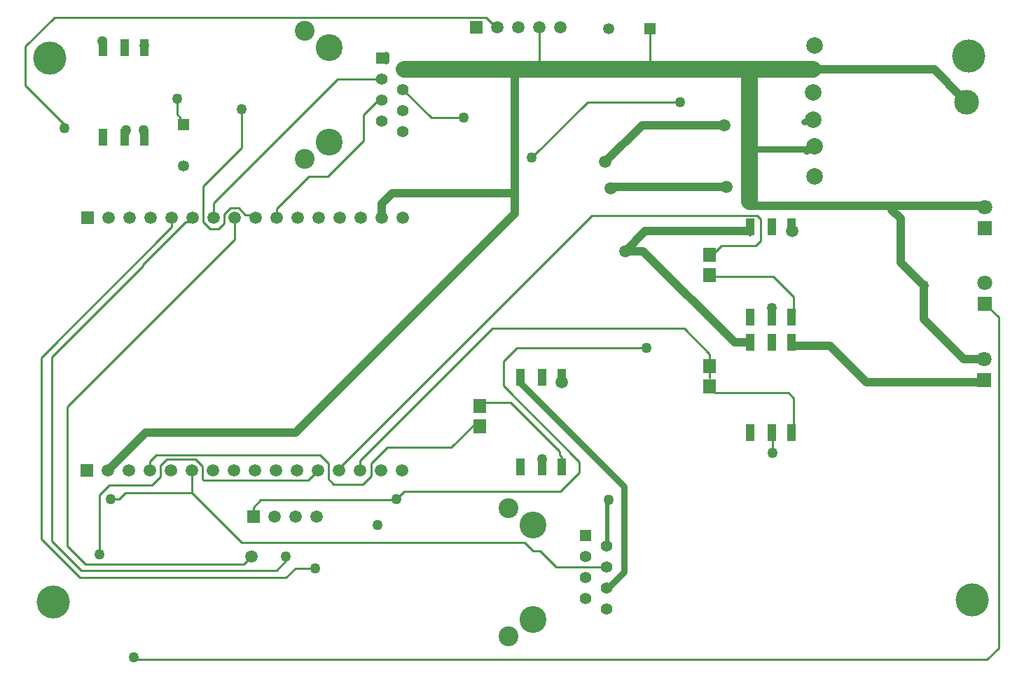
<source format=gbl>
%FSTAX23Y23*%
%MOIN*%
%SFA1B1*%

%IPPOS*%
%ADD13C,0.010000*%
%ADD14R,0.059055X0.070866*%
%ADD35C,0.031496*%
%ADD36C,0.019685*%
%ADD37C,0.039370*%
%ADD39C,0.078740*%
%ADD40R,0.053150X0.053150*%
%ADD41C,0.053150*%
%ADD42C,0.059055*%
%ADD43R,0.059055X0.059055*%
%ADD44R,0.055039X0.055039*%
%ADD45C,0.055039*%
%ADD46C,0.127952*%
%ADD47C,0.094488*%
%ADD48R,0.053150X0.053150*%
%ADD49R,0.070866X0.070866*%
%ADD50C,0.070866*%
%ADD51C,0.050000*%
%ADD52C,0.118110*%
%ADD53C,0.078740*%
%ADD54C,0.157480*%
%ADD55R,0.040551X0.078740*%
%LNbinbot_board-1*%
%LPD*%
G54D13*
X00275Y-02615D02*
X00295Y-02635D01*
X01049*
X00135Y-0165D02*
X0057Y-01215D01*
X00135Y-02525D02*
X00215Y-02605D01*
X00135Y-02525D02*
Y-0165D01*
X01049Y-02635D02*
X01084Y-026D01*
X01085*
X0021Y-0255D02*
X00275Y-02615D01*
X0021Y-0255D02*
Y-01885D01*
X01006Y-01088*
Y-00985*
X0162Y-00496D02*
X01706Y-0041D01*
X0162Y-0062D02*
Y-00496D01*
X0145Y-0079D02*
X0162Y-0062D01*
X0136Y-0079D02*
X0145D01*
X01206Y-00943D02*
X0136Y-0079D01*
X01206Y-00985D02*
Y-00943D01*
X02983Y-00243D02*
X03Y-0026D01*
X02983Y-00243D02*
Y-00085D01*
X02284Y-01784D02*
Y-0167D01*
X0235Y-01605D02*
X02965D01*
X02284Y-0167D02*
X0235Y-01605D01*
X03491Y-00975D02*
X0351Y-00993D01*
X01501Y-02178D02*
X02705Y-00975D01*
X03491*
X0351Y-01096D02*
Y-00993D01*
X03144Y-01511D02*
X03266Y-01634D01*
X0397Y-00942D02*
Y-00929D01*
X0001Y-0017D02*
X00148Y-00031D01*
X0001Y-00355D02*
Y-0017D01*
X00148Y-00031D02*
X02201D01*
X0001Y-00355D02*
X00207Y-00552D01*
X01809Y-00377D02*
Y-00374D01*
Y-00377D02*
X01941Y-0051D01*
X02095*
X02427Y-00692D02*
X02685Y-00435D01*
X03125*
X04455Y-00425D02*
X04479D01*
X04489Y-00435*
X03562Y-02015D02*
X03565Y-02017D01*
Y-02105D02*
Y-02017D01*
X03562Y-02015D02*
X03568Y-02009D01*
X02647Y-02197D02*
Y-02147D01*
X02284Y-01784D02*
X02647Y-02147D01*
X01771Y-0233D02*
X01776Y-02325D01*
X0113Y-0233D02*
X01771D01*
X01095Y-02365D02*
X0113Y-0233D01*
X01095Y-0241D02*
Y-02365D01*
X01295Y-02655D02*
X01405D01*
X0125Y-0262D02*
Y-0261D01*
X01205Y-02665D02*
X0125Y-0262D01*
X00275Y-02665D02*
X01205D01*
X00215Y-02605D02*
X00275Y-02665D01*
X0057Y-01215D02*
Y-0121D01*
X00773Y-01006*
X00806*
X0027Y-027D02*
X0125D01*
X00085Y-02515D02*
Y-01651D01*
Y-02515D02*
X0027Y-027D01*
X00085Y-01651D02*
X00706Y-01029D01*
Y-00985*
X0125Y-027D02*
X01295Y-02655D01*
X01039Y-02532D02*
X02385D01*
X00802Y-02295D02*
X01039Y-02532D01*
X00486Y-02295D02*
X00802D01*
X03255Y-01165D02*
X03276D01*
X03321Y-0112*
X03255Y-01265D02*
X0357D01*
X03666Y-0143D02*
Y-01361D01*
X0357Y-01265D02*
X03666Y-01361D01*
X03321Y-0112D02*
X03486D01*
X0351Y-01096*
X02561Y-0219D02*
Y-02124D01*
X02552Y-02114D02*
Y-02097D01*
X0232Y-01865D02*
X02552Y-02097D01*
Y-02114D02*
X02561Y-02124D01*
X02161Y-01865D02*
X0232D01*
X0242Y-007D02*
X02427Y-00692D01*
X02445Y-00075D02*
X02455Y-00085D01*
X02201Y-00031D02*
X02255Y-00085D01*
X02455Y-0028D02*
Y-00085D01*
X02355D02*
X02366D01*
X01776Y-02325D02*
X01811Y-0229D01*
X02555*
X02647Y-02197*
X01804Y-00572D02*
X01806Y-00575D01*
X01501Y-0219D02*
Y-02178D01*
X01601Y-0219D02*
Y-02143D01*
X02233Y-01511D02*
X03144D01*
X01601Y-02143D02*
X02233Y-01511D01*
X04577Y-00935D02*
X04596Y-00915D01*
X04576Y-00935D02*
X04577D01*
X00701Y-0098D02*
X00716Y-00965D01*
X00906Y-00985D02*
Y-00915D01*
X01496Y-00325*
X00985Y-0094D02*
X01024D01*
X00956Y-00968D02*
X00985Y-0094D01*
X01024D02*
X01056Y-00972D01*
X00956Y-01013D02*
Y-00968D01*
X00856Y-00836D02*
X0104Y-00653D01*
X00856Y-01006D02*
Y-00836D01*
Y-01006D02*
X0089Y-0104D01*
X0093*
X00956Y-01013*
X01056Y-00972D02*
X01127D01*
X0104Y-00653D02*
Y-0047D01*
X00601Y-0219D02*
Y-02146D01*
X00608Y-0214*
X00633Y-02115*
X00802Y-02295D02*
Y-0219D01*
X00801Y-0219D02*
X00802Y-0219D01*
X00806Y-00989D02*
Y-00985D01*
X01685Y-0245D02*
Y-0244D01*
X02036Y-0208D02*
X02164Y-01952D01*
X01731Y-0208D02*
X02036D01*
X01656Y-02155D02*
X01731Y-0208D01*
X01411Y-02115D02*
X01451Y-02155D01*
Y-0223D02*
X01476Y-02255D01*
X01451Y-0223D02*
Y-02155D01*
X00633Y-02115D02*
X01411D01*
X01476Y-02255D02*
X01616D01*
X01656Y-02215D02*
Y-02155D01*
X01616Y-02255D02*
X01656Y-02215D01*
X01701Y-0219D02*
X01707Y-02195D01*
X02171Y-01983D02*
Y-0197D01*
X04641Y-0146D02*
Y-03035D01*
X04576Y-01395D02*
X04641Y-0146D01*
X03266Y-01263D02*
Y-0125D01*
Y-01693D02*
Y-01634D01*
Y-01747D02*
Y-01693D01*
X03666Y-01985D02*
Y-01845D01*
X03266Y-01793D02*
Y-0178D01*
X03291Y-01818D02*
X0364D01*
X03266Y-01793D02*
X03291Y-01818D01*
X03571Y-01595D02*
Y-01575D01*
X0364Y-01818D02*
X03641Y-0182D01*
X03666Y-01845*
X01822Y-00482D02*
Y-0047D01*
X00408Y-02258D02*
X00611D01*
X00361Y-0259D02*
Y-02305D01*
X00408Y-02258*
X00651Y-02165D02*
X00682Y-02135D01*
X00651Y-02217D02*
Y-02165D01*
X00611Y-02258D02*
X00651Y-02217D01*
X00682Y-02135D02*
X00818D01*
X00851Y-02167*
X00857Y-02235D02*
X01356D01*
X01401Y-0219*
X00851Y-02229D02*
Y-02167D01*
Y-02229D02*
X00857Y-02235D01*
X01496Y-00325D02*
X01726D01*
X00521Y-0309D02*
X04586D01*
X04641Y-03035*
X00456Y-02325D02*
X00486Y-02295D01*
X00416Y-02325D02*
X00456D01*
X00733Y-00495D02*
X00744Y-00505D01*
Y-00537D02*
Y-00505D01*
Y-00537D02*
X00746Y-0054D01*
X00731Y-00493D02*
X00733Y-00495D01*
X00731Y-00486D02*
Y-0042D01*
Y-00493D02*
Y-00486D01*
X02426Y-02573D02*
X0246D01*
X02385Y-02532D02*
X02426Y-02573D01*
X0246D02*
X02481Y-02595D01*
X02506Y-0262*
X02536Y-0265*
X02761*
X00716Y-0219D02*
X00724Y-02197D01*
G54D14*
X02171Y-01883D03*
Y-01977D03*
X03266Y-01163D03*
Y-01257D03*
Y-01693D03*
Y-01787D03*
G54D35*
X03465Y-0066D02*
X03735D01*
X0286Y-02671D02*
Y-02265D01*
X0237Y-01775D02*
X0286Y-02265D01*
X02365Y-01769D02*
X0237D01*
Y-01775D02*
Y-01769D01*
X03456Y-0158D02*
Y-01579D01*
X0346Y-01575*
X0375Y-00529D02*
X03759Y-0052D01*
X03717Y-0053D02*
X03718Y-00529D01*
X03345Y-0084D02*
D01*
X03752Y-00645D02*
X03765D01*
X03729Y-00667D02*
X03752Y-00645D01*
X03727Y-00667D02*
X03735Y-0066D01*
X03727Y-00667D02*
X03729D01*
X03656Y-01575D02*
X03676Y-01595D01*
X02795Y-00845D02*
X028Y-0084D01*
X02791Y-0274D02*
X0286Y-02671D01*
X01726Y-0024D02*
Y-0021D01*
G54D36*
X02776Y-0255D02*
X0278Y-02545D01*
Y-02334*
X02785Y-0233*
X0345Y-0105D02*
X0346Y-0106D01*
Y-01065D02*
Y-0106D01*
G54D37*
X04562Y-00929D02*
X04571Y-00939D01*
X0397Y-00929D02*
X04562D01*
X04571Y-0094D02*
Y-00939D01*
X04175Y-012D02*
Y-0099D01*
Y-012D02*
X04285Y-0131D01*
Y-01468D02*
Y-0131D01*
Y-01468D02*
X04476Y-0166D01*
X03465Y-00929D02*
X0397D01*
X0234Y-00964D02*
Y-0087D01*
Y-0028*
X04132Y-00947D02*
X04175Y-0099D01*
X02865Y-01145D02*
X0295D01*
X03385Y-0158D02*
X03456D01*
X0295Y-01145D02*
X03385Y-0158D01*
X03085Y-0105D02*
X0345D01*
X0296D02*
X03085D01*
X02865Y-01145D02*
X0296Y-0105D01*
X02945Y-00545D02*
X03335D01*
X0277Y-0072D02*
X02945Y-00545D01*
X04334Y-0028D02*
X04467Y-00412D01*
X03759Y-0028D02*
X04334D01*
X04467Y-00412D02*
X04489Y-00435D01*
X01755Y-0087D02*
X0233D01*
X01706Y-00918D02*
X01755Y-0087D01*
X01706Y-00985D02*
Y-00918D01*
X028Y-0084D02*
X03345D01*
X00401Y-0219D02*
X00581Y-0201D01*
X01295*
X0234Y-00964*
X03676Y-01595D02*
X03838D01*
X04013Y-0177*
X04476Y-0166D02*
X04586D01*
X04013Y-0177D02*
X04571D01*
G54D39*
X01811Y-0028D02*
X0234D01*
X02455*
X03759D02*
X03759D01*
X03455D02*
X03759D01*
X03455Y-0072D02*
Y-0028D01*
Y-0091D02*
Y-00715D01*
X03165Y-0028D02*
X03455D01*
X02455D02*
X02982D01*
X03165*
G54D40*
X02983Y-00085D03*
G54D41*
X02786Y-00085D03*
X00761Y-00738D03*
G54D42*
X01395Y-0241D03*
X01295D03*
X01195D03*
X02255Y-0008D03*
X02355D03*
X02455D03*
X02555D03*
X01806Y-00275D03*
X01801Y-0219D03*
X01701D03*
X01601D03*
X01501D03*
X01401D03*
X01301D03*
X01201D03*
X01101D03*
X01001D03*
X00901D03*
X00801D03*
X00701D03*
X00601D03*
X00501D03*
X00401D03*
X00406Y-00985D03*
X00506D03*
X00606D03*
X00706D03*
X00806D03*
X00906D03*
X01006D03*
X01106D03*
X01206D03*
X01306D03*
X01406D03*
X01506D03*
X01606D03*
X01706D03*
X01806D03*
X01085Y-026D03*
X02561Y-01769D03*
X02865Y-01145D03*
X03335Y-00545D03*
X0366Y-0105D03*
X02795Y-00845D03*
X03347Y-0084D03*
X0277Y-0072D03*
G54D43*
X01095Y-0241D03*
X02155Y-0008D03*
X00301Y-0219D03*
X00306Y-00985D03*
G54D44*
X01706Y-00225D03*
X02676Y-025D03*
G54D45*
X01806Y-00375D03*
X01706Y-00425D03*
Y-00325D03*
X01806Y-00475D03*
X01706Y-00525D03*
X01806Y-00575D03*
X02776Y-0265D03*
X02676Y-027D03*
Y-026D03*
X02776Y-0275D03*
Y-0255D03*
X02676Y-028D03*
X02776Y-0285D03*
G54D46*
X01456Y-00175D03*
Y-00625D03*
X02426Y-0245D03*
Y-029D03*
G54D47*
X01339Y-00094D03*
Y-00705D03*
X02309Y-02369D03*
Y-0298D03*
G54D48*
X00761Y-00541D03*
G54D49*
X04576Y-01035D03*
Y-01395D03*
X04571Y-0176D03*
G54D50*
X04576Y-00935D03*
Y-01295D03*
X04571Y-0166D03*
G54D51*
X04285Y-0131D03*
X00574Y-00165D03*
X00375Y-00145D03*
X02095Y-0051D03*
X03125Y-00435D03*
X03565Y-02105D03*
X02785Y-0233D03*
X02965Y-01605D03*
X01388Y-02655D03*
X0125Y-026D03*
X00525Y-0308D03*
X00361Y-0259D03*
X00571Y-0057D03*
X0049D03*
X03563Y-01414D03*
X02468Y-02134D03*
X0242Y-007D03*
X00195Y-0056D03*
X0104Y-0047D03*
X01776Y-02325D03*
X01685Y-0245D03*
X00416Y-02325D03*
X00731Y-0042D03*
G54D52*
X04489Y-00435D03*
G54D53*
X03765Y-0079D03*
Y-00645D03*
X03759Y-0052D03*
Y-0039D03*
Y-0028D03*
X03764Y-00165D03*
G54D54*
X00125Y-00224D03*
X045Y-00214D03*
X04516Y-02805D03*
X00141Y-02815D03*
G54D55*
X0346Y-01458D03*
X03563D03*
X03656D03*
X00481Y-00175D03*
Y-00603D03*
X00574D03*
Y-00175D03*
X00378D03*
X02561Y-02173D03*
X02468D03*
X02365D03*
Y-01745D03*
X02468D03*
X02561D03*
X0346Y-0103D03*
X03563D03*
X03656D03*
Y-02008D03*
X03563D03*
X0346D03*
Y-0158D03*
X03563D03*
X03656D03*
X00378Y-00603D03*
M02*
</source>
